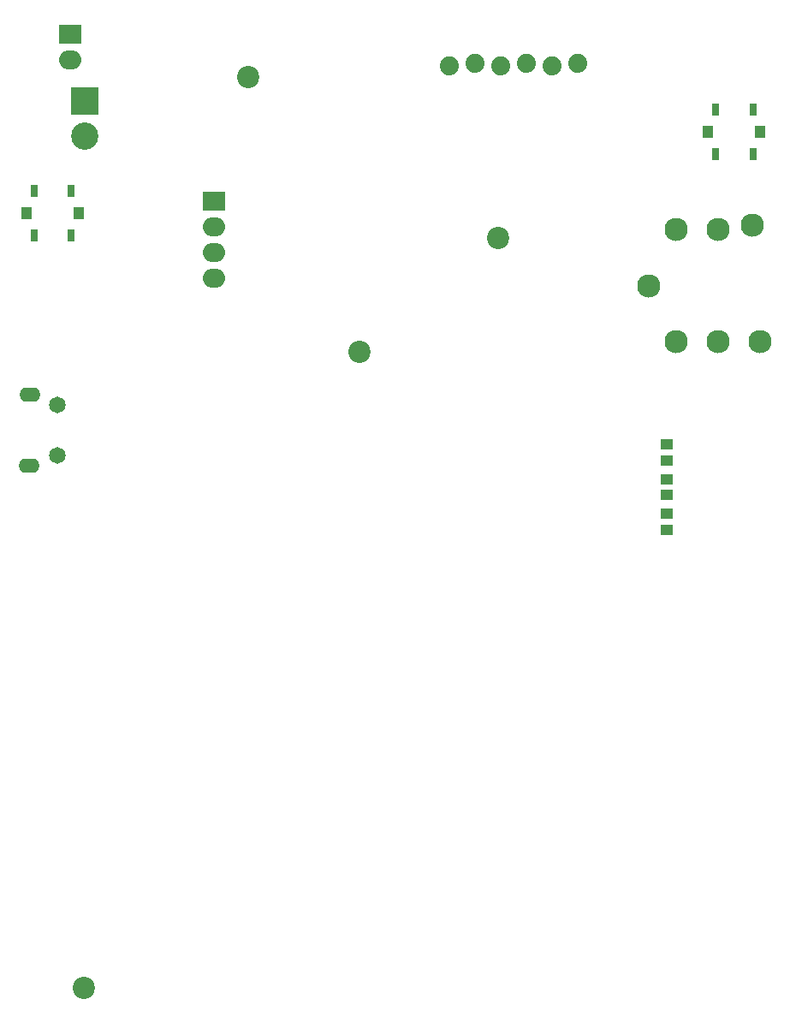
<source format=gts>
%TF.GenerationSoftware,Novarm,DipTrace,3.3.1.3*%
%TF.CreationDate,2021-03-19T21:20:39+00:00*%
%FSLAX35Y35*%
%MOMM*%
%TF.FileFunction,Soldermask,Top*%
%TF.Part,Single*%
%AMOUTLINE1*
4,1,4,
-0.6,-0.55,
-0.6,0.55,
0.6,0.55,
0.6,-0.55,
-0.6,-0.55,
0*%
%ADD49C,1.8796*%
%ADD77C,2.3*%
%ADD92R,1.0X1.2*%
%ADD94R,0.8X1.2*%
%ADD100R,2.2X1.9*%
%ADD102O,2.2X1.9*%
%ADD106C,2.2*%
%ADD108O,2.1X1.4*%
%ADD112C,1.65*%
%ADD114C,2.3*%
%ADD116R,2.7X2.7*%
%ADD118C,2.7*%
%ADD119R,1.2X1.1*%
%ADD143C,2.2*%
%ADD156OUTLINE1*%
G75*
G01*
%LPD*%
D143*
X-3940360Y5807717D3*
D156*
X-900113Y4202263D3*
Y4042263D3*
D49*
X-1782283Y8655817D3*
X-2036283Y8630417D3*
X-2290283Y8655817D3*
X-2544283Y8630417D3*
X-2798283Y8655817D3*
X-3052283Y8630417D3*
D119*
X-900113Y4893133D3*
Y4733133D3*
Y4547697D3*
Y4387697D3*
D118*
X-6657497Y7938443D3*
D116*
Y8288443D3*
D114*
X-813523Y5909017D3*
X-1083523Y6459190D3*
X16477Y5904190D3*
X-53523Y7059017D3*
X-813523Y7019017D3*
D77*
X-398523Y5904017D3*
Y7019017D3*
D112*
X-6935290Y5283907D3*
X-6935590Y4780307D3*
D108*
X-7205290Y5383707D3*
X-7208090Y4683007D3*
D106*
X-2570120Y6929487D3*
X-5047060Y8526670D3*
X-6669557Y-481820D3*
D102*
X-5386087Y6536420D3*
Y6790420D3*
Y7044420D3*
D100*
Y7298420D3*
D94*
X-7164400Y7397000D3*
Y6957000D3*
X-6794400D3*
Y7397000D3*
D92*
X-7239400Y7177000D3*
X-6719400D3*
D94*
X-422743Y8203717D3*
Y7763717D3*
X-52743D3*
Y8203717D3*
D92*
X-497743Y7983717D3*
X22257D3*
D102*
X-6800937Y8694577D3*
D100*
Y8948577D3*
M02*

</source>
